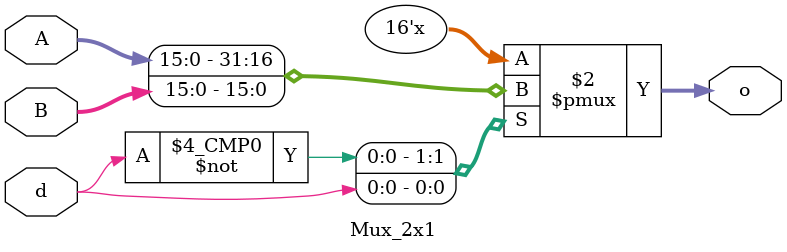
<source format=v>
`timescale 1ns / 1ps
module Mux_2x1(
    input [15:0] A,
    input [15:0] B,
    input d,
    output reg [15:0] o
    );
	 
	 always @ (A or B or d) begin
	 
		case(d)
			1'b0: o <= A;
			1'b1: o <= B;
		endcase
		
	 end

endmodule

</source>
